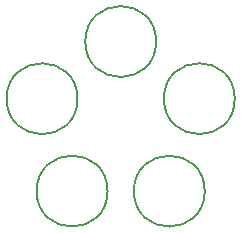
<source format=gbr>
G04 #@! TF.GenerationSoftware,KiCad,Pcbnew,5.0.2-bee76a0~70~ubuntu18.04.1*
G04 #@! TF.CreationDate,2019-06-24T09:26:36+02:00*
G04 #@! TF.ProjectId,PocketPCR_Lid,506f636b-6574-4504-9352-5f4c69642e6b,rev?*
G04 #@! TF.SameCoordinates,Original*
G04 #@! TF.FileFunction,Legend,Bot*
G04 #@! TF.FilePolarity,Positive*
%FSLAX46Y46*%
G04 Gerber Fmt 4.6, Leading zero omitted, Abs format (unit mm)*
G04 Created by KiCad (PCBNEW 5.0.2-bee76a0~70~ubuntu18.04.1) date Mo 24 Jun 2019 09:26:36 CEST*
%MOMM*%
%LPD*%
G01*
G04 APERTURE LIST*
%ADD10C,0.150000*%
G04 APERTURE END LIST*
D10*
X107114500Y-105663000D02*
G75*
G03X107114500Y-105663000I-3000000J0D01*
G01*
X98886000Y-105663000D02*
G75*
G03X98886000Y-105663000I-3000000J0D01*
G01*
X96342000Y-97837000D02*
G75*
G03X96342000Y-97837000I-3000000J0D01*
G01*
X109657000Y-97837000D02*
G75*
G03X109657000Y-97837000I-3000000J0D01*
G01*
X103000000Y-93000000D02*
G75*
G03X103000000Y-93000000I-3000000J0D01*
G01*
M02*

</source>
